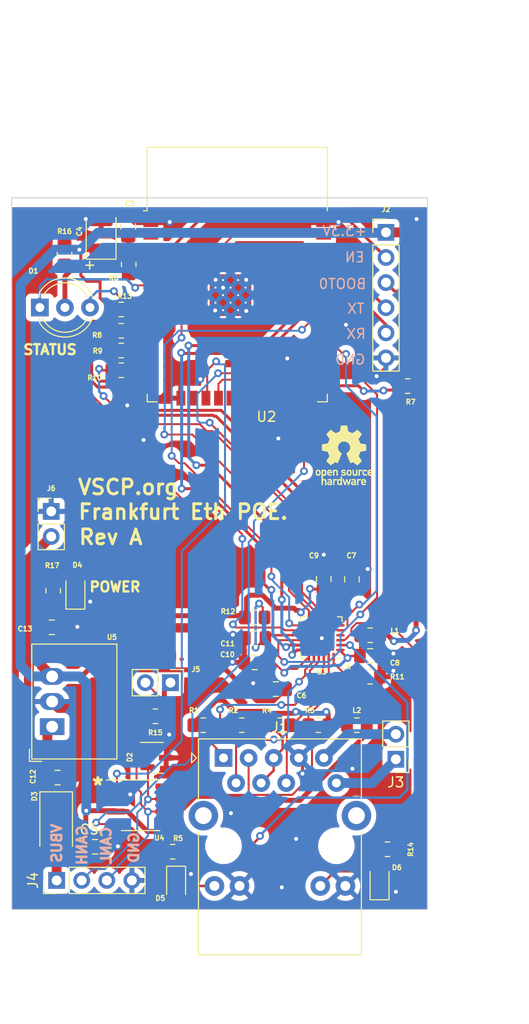
<source format=kicad_pcb>
(kicad_pcb (version 20221018) (generator pcbnew)
  (layers (0 "F.Cu" signal) (31 "B.Cu" signal) (34 "B.Paste" user) (35 "F.Paste" user) (36 "B.SilkS" user "B.Silkscreen") (37 "F.SilkS" user "F.Silkscreen") (38 "B.Mask" user) (39 "F.Mask" user) (44 "Edge.Cuts" user))
  (net 0 "")
  (net 1 "Net-(D3-K)")
  (net 2 "GND")
  (net 3 "+3V3")
  (net 4 "/PHY_RST")
  (net 5 "VBUS")
  (net 6 "/TX+")
  (net 7 "/TX-")
  (net 8 "/RX+")
  (net 9 "/RX-")
  (net 10 "/PHY_L1")
  (net 11 "/PHY_L2")
  (net 12 "/EN")
  (net 13 "/BOOT0")
  (net 14 "/ETH_RXD0")
  (net 15 "Net-(U3-RXD0{slash}MODE0)")
  (net 16 "/ETH_RXD1")
  (net 17 "Net-(U3-RXD1{slash}MODE1)")
  (net 18 "/ETH_CRS_DV")
  (net 19 "Net-(U3-CRS_DV{slash}MODE2)")
  (net 20 "Net-(U3-RBIAS)")
  (net 21 "/PHY_INT")
  (net 24 "/LEDB")
  (net 36 "/PHY_RXER")
  (net 37 "/ETH_CLK")
  (net 39 "/ETH_MDIO")
  (net 40 "/ETH_TXD0")
  (net 42 "/ETH_TXEN")
  (net 43 "/RX")
  (net 44 "/TX")
  (net 45 "/ETH_TXD1")
  (net 46 "/ETH_MDC")
  (net 48 "/CANL")
  (net 49 "/CANH")
  (net 50 "Net-(J5-Pin_1)")
  (net 51 "/txcan")
  (net 52 "/rxcan")
  (net 55 "Net-(U3-VDDCR)")
  (net 56 "Net-(U3-VDD1A)")
  (net 57 "/LEDA")
  (net 58 "Net-(D1-A)")
  (net 59 "Net-(D4-A)")
  (net 60 "Net-(D5-A)")
  (net 61 "Net-(D6-A)")
  (net 62 "Net-(J1-CT-Pad4)")
  (net 63 "/VIN+")
  (net 64 "/VIN-")
  (footprint "Resistor_SMD:R_0805_2012Metric_Pad1.20x1.40mm_HandSolder" (layer "F.Cu") (at 132.05 115.9 180)
    (fp_text reference "R14")
    (fp_text value "270" hide)
  )
  (footprint "LED_SMD:LED_0805_2012Metric_Pad1.15x1.40mm_HandSolder" (layer "F.Cu") (at 100.45 89.75 90)
    (fp_text reference "D4")
    (fp_text value "LED" hide)
  )
  (footprint "Resistor_SMD:R_0805_2012Metric_Pad1.20x1.40mm_HandSolder" (layer "F.Cu") (at 130.3 94.25 180)
    (fp_text reference "L1")
    (fp_text value "BLM21SP181SN1D" hide)
  )
  (footprint "Resistor_SMD:R_0805_2012Metric_Pad1.20x1.40mm_HandSolder" (layer "F.Cu") (at 130.3 98.45)
    (fp_text reference "R11")
    (fp_text value "12.1k" hide)
  )
  (footprint "Resistor_SMD:R_0805_2012Metric_Pad1.20x1.40mm_HandSolder" (layer "F.Cu") (at 105.1 65.45 180)
    (fp_text reference "R9")
    (fp_text value "10R" hide)
  )
  (footprint "Package_DFN_QFN:QFN-24-1EP_4x4mm_P0.5mm_EP2.6x2.6mm" (layer "F.Cu") (at 125.35 94.5 180)
    (fp_text reference "U3")
    (fp_text value "LAN8720A" hide)
  )
  (footprint "Connector_PinHeader_2.54mm:PinHeader_1x02_P2.54mm_Vertical" (layer "F.Cu") (at 98 81.725)
    (fp_text reference "J6")
    (fp_text value "Conn_01x02_Pin" hide)
  )
  (footprint "Capacitor_Tantalum_SMD:CP_EIA-3528-21_Kemet-B" (layer "F.Cu") (at 103.05 53.75 90)
    (fp_text reference "C4")
    (fp_text value "100u" hide)
  )
  (footprint "Capacitor_SMD:C_0805_2012Metric_Pad1.18x1.45mm_HandSolder" (layer "F.Cu") (at 98.0625 93.45)
    (fp_text reference "C13")
    (fp_text value "1uF" hide)
  )
  (footprint "Package_SO:SOIC-8_3.9x4.9mm_P1.27mm" (layer "F.Cu") (at 107.05 111.45)
    (fp_text reference "U4")
    (fp_text value "SN65HVD232" hide)
  )
  (footprint "Connector_PinHeader_2.54mm:PinHeader_1x02_P2.54mm_Vertical" (layer "F.Cu") (at 132.9 106.8 180)
    (fp_text reference "J3")
    (fp_text value "Conn_01x02_Pin" hide)
  )
  (footprint "RF_Module:ESP32-WROOM-32" (layer "F.Cu") (at 116.84 60.76)
    (fp_text reference "U2")
    (fp_text value "ESP32-WROOM-32")
  )
  (footprint "Capacitor_SMD:C_0805_2012Metric_Pad1.18x1.45mm_HandSolder" (layer "F.Cu") (at 130.3 96.35)
    (fp_text reference "C8")
    (fp_text value "100n" hide)
  )
  (footprint "Capacitor_SMD:C_0805_2012Metric_Pad1.18x1.45mm_HandSolder" (layer "F.Cu") (at 125.6 88.55 -90)
    (fp_text reference "C7")
    (fp_text value "100n" hide)
  )
  (footprint "Resistor_SMD:R_0805_2012Metric" (layer "F.Cu") (at 108.55 102.45 180)
    (fp_text reference "R15")
    (fp_text value "120R" hide)
  )
  (footprint "Resistor_SMD:R_0805_2012Metric_Pad1.20x1.40mm_HandSolder" (layer "F.Cu") (at 105.85 56.75 90)
    (fp_text reference "R6")
    (fp_text value "10k" hide)
  )
  (footprint "Package_TO_SOT_SMD:SOT-23" (layer "F.Cu") (at 108.7 106.65)
    (fp_text reference "D2")
    (fp_text value "NUP2105L" hide)
  )
  (footprint "Connector_PinHeader_2.54mm:PinHeader_1x04_P2.54mm_Vertical" (layer "F.Cu") (at 98.55 119.05 90)
    (fp_text reference "J4")
    (fp_text value "Conn_Left_I2C" hide)
  )
  (footprint "Resistor_SMD:R_0805_2012Metric_Pad1.20x1.40mm_HandSolder" (layer "F.Cu") (at 125.05 103.35)
    (fp_text reference "R3")
    (fp_text value "49R9" hide)
  )
  (footprint "LED_SMD:LED_0805_2012Metric_Pad1.15x1.40mm_HandSolder" (layer "F.Cu") (at 131.25 119.15 90)
    (fp_text reference "D6")
    (fp_text value "YELLO" hide)
  )
  (footprint "Resistor_SMD:R_0805_2012Metric_Pad1.20x1.40mm_HandSolder" (layer "F.Cu") (at 110.3 116.15 180)
    (fp_text reference "R5")
    (fp_text value "270" hide)
  )
  (footprint "Connector_PinHeader_2.54mm:PinHeader_1x06_P2.54mm_Vertical" (layer "F.Cu") (at 131.9 53.5)
    (fp_text reference "J2")
    (fp_text value "PROG")
  )
  (footprint "LED_THT:LED_D5.0mm-3" (layer "F.Cu") (at 96.85 61.1)
    (fp_text reference "D1")
    (fp_text value "LED_Dual_KAK" hide)
  )
  (footprint "Converter_DCDC:Converter_DCDC_RECOM_R-78B-2.0_THT" (layer "F.Cu") (at 98.0925 103.4975 90)
    (fp_text reference "U5")
    (fp_text value "R-78B3.3-1.0 (Recom)" hide)
  )
  (footprint "Resistor_SMD:R_0805_2012Metric_Pad1.20x1.40mm_HandSolder" (layer "F.Cu") (at 105.1 63.45 180)
    (fp_text reference "R8")
    (fp_text value "10R" hide)
  )
  (footprint "Diode_SMD:D_SMA" (layer "F.Cu") (at 98.5 113.6 -90)
    (fp_text reference "D3")
    (fp_text value "SS14" hide)
  )
  (footprint "Symbol:OSHW-Logo_5.7x6mm_SilkScreen" (layer "F.Cu") (at 127.65 76.05)
    (fp_text reference "REF**" hide)
    (fp_text value "OSHW-Logo_5.7x6mm_SilkScreen" hide)
  )
  (footprint "Capacitor_SMD:C_0805_2012Metric_Pad1.18x1.45mm_HandSolder" (layer "F.Cu") (at 105.8 52.9 90)
    (fp_text reference "C3")
    (fp_text value "10u" hide)
  )
  (footprint "Resistor_SMD:R_0805_2012Metric_Pad1.20x1.40mm_HandSolder" (layer "F.Cu") (at 99.35 55.75 90)
    (fp_text reference "R16")
    (fp_text value "10k" hide)
  )
  (footprint "Capacitor_SMD:C_0805_2012Metric_Pad1.18x1.45mm_HandSolder" (layer "F.Cu") (at 120.75 99.7)
    (fp_text reference "C6")
    (fp_text value "100n" hide)
  )
  (footprint "Resistor_SMD:R_0805_2012Metric_Pad1.20x1.40mm_HandSolder" (layer "F.Cu") (at 134.1 69.05)
    (fp_text reference "R7")
    (fp_text value "10k" hide)
  )
  (footprint "Resistor_SMD:R_0805_2012Metric_Pad1.20x1.40mm_HandSolder" (layer "F.Cu") (at 105.1 67.45 180)
    (fp_text reference "R10")
    (fp_text value "10R" hide)
  )
  (footprint "Connector_RJ:RJ45_Abracon_ARJP11A-MA_Horizontal" (layer "F.Cu") (at 115.45 106.66)
    (fp_text reference "J1")
    (fp_text value "Taimag RJP-003TC1" hide)
  )
  (footprint "Resistor_SMD:R_0805_2012Metric_Pad1.20x1.40mm_HandSolder" (layer "F.Cu") (at 128.95 103.35)
    (fp_text reference "L2")
    (fp_text value "BLM21SP181SN1D" hide)
  )
  (footprint "Resistor_SMD:R_0805_2012Metric_Pad1.20x1.40mm_HandSolder" (layer "F.Cu") (at 113.4 103.35 180)
    (fp_text reference "R1")
    (fp_text value "49R9" hide)
  )
  (footprint "Resistor_SMD:R_0805_2012Metric_Pad1.20x1.40mm_HandSolder" (layer "F.Cu") (at 117.3 103.35 180)
    (fp_text reference "R2")
    (fp_text value "49R9" hide)
  )
  (footprint "Resistor_SMD:R_0805_2012Metric_Pad1.20x1.40mm_HandSolder" (layer "F.Cu") (at 98.2 89.75 -90)
    (fp_text reference "R17")
    (fp_text value "470R" hide)
  )
  (footprint "Capacitor_SMD:C_0805_2012Metric_Pad1.18x1.45mm_HandSolder" (layer "F.Cu") (at 98.65 108.65)
    (fp_text reference "C12")
    (fp_text value "10uF" hide)
  )
  (footprint "Capacitor_SMD:C_0805_2012Metric_Pad1.18x1.45mm_HandSolder" (layer "F.Cu") (at 118.6 97 180)
    (fp_text reference "C10")
    (fp_text value "100n" hide)
  )
  (footprint "Resistor_SMD:R_0805_2012Metric_Pad1.20x1.40mm_HandSolder" (layer "F.Cu") (at 121.2 103.35 180)
    (fp_text reference "R4")
    (fp_text value "49R9" hide)
  )
  (footprint "Capacitor_SMD:C_0805_2012Metric" (layer "F.Cu") (at 102.45 115.65)
    (fp_text reference "C5")
    (fp_text value "100nF" hide)
  )
  (footprint "Resistor_SMD:R_0805_2012Metric_Pad1.20x1.40mm_HandSolder" (layer "F.Cu") (at 105.1 61.3 180)
    (fp_text reference "R13")
    (fp_text value "10k" hide)
  )
  (footprint "Capacitor_SMD:C_0805_2012Metric_Pad1.18x1.45mm_HandSolder" (layer "F.Cu") (at 128.45 88.6 90)
    (fp_text reference "C9")
    (fp_text value "100n" hide)
  )
  (footprint "LED_SMD:LED_0805_2012Metric_Pad1.15x1.40mm_HandSolder" (layer "F.Cu") (at 110.65 119.475 -90)
    (fp_text reference "D5")
    (fp_text value "GREEN" hide)
  )
  (footprint "Resistor_SMD:R_0805_2012Metric_Pad1.20x1.40mm_HandSolder" (layer "F.Cu") (at 118.6 92.45)
    (fp_text reference "R12")
    (fp_text value "10k" hide)
  )
  (footprint "Capacitor_SMD:C_0805_2012Metric_Pad1.18x1.45mm_HandSolder" (layer "F.Cu") (at 118.65 94.55 180)
    (fp_text reference "C11")
    (fp_text value "100n" hide)
  )
  (footprint "Connector_PinHeader_2.54mm:PinHeader_1x02_P2.54mm_Vertical" (layer "F.Cu") (at 110.075 99.05 -90)
    (fp_text reference "J5")
    (fp_text value "Conn_01x02" hide)
  )
  (gr_rect (start 94 50) (end 136.1 122) (stroke (width 0.1)) (fill none) (layer "Edge.Cuts"))
  (gr_text "Term." (at 105.3 96.95) (layer "F.Cu") (effects (font (size 1.5 1.5) (thickness 0.3) bold) (justify left bottom)))
  (gr_text "GND" (at 106.95 114.05 90) (layer "B.SilkS") (effects (font (size 1 1) (thickness 0.25) bold) (justify left bottom mirror)))
  (gr_text "BOOT0" (at 130 59.3) (layer "B.SilkS") (effects (font (size 1 1)) (justify left bottom mirror)))
  (gr_text "EN" (at 129.8 56.6) (layer "B.SilkS") (effects (font (size 1 1)) (justify left bottom mirror)))
  (gr_text "+3.3V" (at 130.05 53.95) (layer "B.SilkS") (effects (font (size 1 1)) (justify left bottom mirror)))
  (gr_text "GND" (at 129.9 66.95) (layer "B.SilkS") (effects (font (size 1 1)) (justify left bottom mirror)))
  (gr_text "TX" (at 129.8 61.8) (layer "B.SilkS") (effects (font (size 1 1)) (justify left bottom mirror)))
  (gr_text "RX" (at 129.95 64.35) (layer "B.SilkS") (effects (font (size 1 1)) (justify left bottom mirror)))
  (gr_text "CANH" (at 101.7 113.35 90) (layer "B.SilkS") (effects (font (size 1 1) (thickness 0.25) bold) (justify left bottom mirror)))
  (gr_text "CANL" (at 104.15 113.5 90) (layer "B.SilkS") (effects (font (size 1 1) (thickness 0.25) bold) (justify left bottom mirror)))
  (gr_text "VBUS" (at 99.15 113.2 90) (layer "B.SilkS") (effects (font (size 1 1) (thickness 0.25) bold) (justify left bottom mirror)))
  (gr_text "*" (at 101.95 110.35) (layer "F.SilkS") (effects (font (size 1.5 1.5) (thickness 0.3) bold) (justify left bottom)))
  (gr_text "Frankfurt Eth POE." (at 100.6 82.65) (layer "F.SilkS") (effects (font (size 1.5 1.5) (thickness 0.3) bold) (justify left bottom)))
  (gr_text "VSCP.org\n" (at 100.55 80.15) (layer "F.SilkS") (effects (font (size 1.5 1.5) (thickness 0.3) bold) (justify left bottom)))
  (gr_text "STATUS" (at 95.05 65.95) (layer "F.SilkS") (effects (font (size 1 1) (thickness 0.25) bold) (justify left bottom)))
  (gr_text "POWER" (at 101.75 89.95) (layer "F.SilkS") (effects (font (size 1 1) (thickness 0.25) bold) (justify left bottom)))
  (gr_text "*" (at 128.1 97.75) (layer "F.SilkS") (effects (font (size 1 1))))
  (gr_text "+" (at 101.9 56.75) (layer "F.SilkS") (effects (font (size 1 1))))
  (gr_text "Rev A" (at 100.65 85.2) (layer "F.SilkS") (effects (font (size 1.5 1.5) (thickness 0.3) bold) (justify left bottom)))
  (segment (start 98.5 111.6) (end 97.6125 110.7125) (width 1) (layer "F.Cu") (net 1))
  (segment (start 97.6125 110.7125) (end 97.6125 108.65) (width 1) (layer "F.Cu") (net 1))
  (segment (start 97.6125 103.9775) (end 98.0925 103.4975) (width 1) (layer "F.Cu") (net 1))
  (segment (start 97.6125 108.65) (end 97.6125 103.9775) (width 1) (layer "F.Cu") (net 1))
  (segment (start 103.3 52.2125) (end 101.5625 52.2125) (width 0.5) (layer "F.Cu") (net 2))
  (segment (start 101.5625 52.2125) (end 101.5 52.15) (width 0.5) (layer "F.Cu") (net 2))
  (segment (start 111.125 70.015) (end 111.125 68.515) (width 0.5) (layer "F.Cu") (net 2))
  (segment (start 116.4 97) (end 116.35 96.95) (width 0.25) (layer "F.Cu") (net 2))
  (segment (start 100.4 101.6) (end 98.735 101.6) (width 1) (layer "F.Cu") (net 2))
  (segment (start 109.95 104.3) (end 109.95 106.3375) (width 0.25) (layer "F.Cu") (net 2))
  (segment (start 118.45 99.1) (end 119.1125 99.1) (width 0.5) (layer "F.Cu") (net 2))
  (segment (start 131.9 66.2) (end 131.9 67.1) (width 0.25) (layer "F.Cu") (net 2))
  (segment (start 131.3375 96.35) (end 132.4 96.35) (width 0.25) (layer "F.Cu") (net 2))
  (segment (start 119.1125 99.1) (end 119.7125 99.7) (width 0.5) (layer "F.Cu") (net 2))
  (segment (start 131.25 120.175) (end 132.875 120.175) (width 0.25) (layer "F.Cu") (net 2))
  (segment (start 110.65 118.45) (end 112.1 118.45) (width 0.25) (layer "F.Cu") (net 2))
  (segment (start 106.4475 52.51) (end 105.8 51.8625) (width 0.5) (layer "F.Cu") (net 2))
  (segment (start 106 110.35) (end 105.04 110.35) (width 0.25) (layer "F.Cu") (net 2))
  (segment (start 112.1 118.45) (end 112.15 118.4) (width 0.25) (layer "F.Cu") (net 2))
  (segment (start 132.875 120.175) (end 132.9 120.2) (width 0.25) (layer "F.Cu") (net 2))
  (segment (start 116.45 94.25) (end 116.4 94.2) (width 0.25) (layer "F.Cu") (net 2))
  (segment (start 123.45 108.25) (end 123.45 107.04) (width 0.3) (layer "F.Cu") (net 2))
  (segment (start 130.05 87.55) (end 128.4625 87.55) (width 0.25) (layer "F.Cu") (net 2))
  (segment (start 109.95 106.3375) (end 109.6375 106.65) (width 0.25) (layer "F.Cu") (net 2))
  (segment (start 99.1 93.45) (end 100.6 93.45) (width 0.2) (layer "F.Cu") (net 2))
  (segment (start 104.7 115.65) (end 104.75 115.6) (width 0.5) (layer "F.Cu") (net 2))
  (segment (start 131.3 98.45) (end 132.05 98.45) (width 0.25) (layer "F.Cu") (net 2))
  (segment (start 103.4 115.65) (end 104.7 115.65) (width 0.5) (layer "F.Cu") (net 2))
  (segment (start 99.6875 108.65) (end 100.4 108.65) (width 1) (layer "F.Cu") (net 2))
  (segment (start 125.34 52.505) (end 127.045 52.505) (width 0.2) (layer "F.Cu") (net 2))
  (segment (start 111.125 68.515) (end 111.29 68.35) (width 0.5) (layer "F.Cu") (net 2))
  (segment (start 100.4 108.65) (end 100.4 101.6) (width 1) (layer "F.Cu") (net 2))
  (segment (start 105.04 110.35) (end 104.575 110.815) (width 0.25) (layer "F.Cu") (net 2))
  (segment (start 131.9 67.1) (end 130.95 68.05) (width 0.25) (layer "F.Cu") (net 2))
  (segment (start 117.825 97) (end 116.4 97) (width 0.25) (layer "F.Cu") (net 2))
  (segment (start 123.45 107.04) (end 123.07 106.66) (width 0.3) (layer "F.Cu") (net 2))
  (segment (start 101.875 90.775) (end 101.95 90.85) (width 0.25) (layer "F.Cu") (net 2))
  (segment (start 125.6 87.5125) (end 125.6 86.1) (width 0.25) (layer "F.Cu") (net 2))
  (segment (start 117.85 94.25) (end 116.45 94.25) (width 0.25) (layer "F.Cu") (net 2))
  (segment (start 108.34 52.505) (end 109.945 52.505) (width 0.5) (layer "F.Cu") (net 2))
  (segment (start 98.735 101.6) (end 98.0925 100.9575) (width 1) (layer "F.Cu") (net 2))
  (segment (start 109.945 52.505) (end 110 52.45) (width 0.5) (layer "F.Cu") (net 2))
  (segment (start 127.045 52.505) (end 127.1 52.45) (width 0.2) (layer "F.Cu") (net 2))
  (segment (start 100.45 90.775) (end 101.875 90.775) (width 0.25) (layer "F.Cu") (net 2))
  (segment (start 100.6 93.45) (end 100.65 93.4) (width 0.2) (layer "F.Cu") (net 2))
  (segment (start 108.09 52.51) (end 106.4475 52.51) (width 0.5) (layer "F.Cu") (net 2))
  (segment (start 132.4 96.35) (end 132.65 96.1) (width 0.25) (layer "F.Cu") (net 2))
  (segment (start 128.4625 87.55) (end 128.45 87.5625) (width 0.25) (layer "F.Cu") (net 2))
  (segment (start 132.05 98.45) (end 132.65 97.85) (width 0.25) (layer "F.Cu") (net 2))
  (segment (start 111.29 68.35) (end 113.1 68.35) (width 0.5) (layer "F.Cu") (net 2))
  (via (at 127.1 52.45) (size 0.8) (drill 0.4) (layers "F.Cu" "B.Cu") (net 2))
  (via (at 116.4 94.2) (size 0.8) (drill 0.4) (layers "F.Cu" "B.Cu") (net 2))
  (via (at 117.75 61.45) (size 0.8) (drill 0.4) (layers "F.Cu" "B.Cu") (net 2))
  (via (at 125.6 86.1) (size 0.8) (drill 0.4) (layers "F.Cu" "B.Cu") (net 2))
  (via (at 110 52.45) (size 0.8) (drill 0.4) (layers "F.Cu" "B.Cu") (net 2))
  (via (at 132.9 120.2) (size 0.8) (drill 0.4) (layers "F.Cu" "B.Cu") (net 2))
  (via (at 132.65 96.1) (size 0.8) (drill 0.4) (layers "F.Cu" "B.Cu") (net 2))
  (via (at 121 74.35) (size 0.8) (drill 0.4) (layers "F.Cu" "B.Cu") (net 2))
  (via (at 135 52.15) (size 0.8) (drill 0.4) (layers "F.Cu" "B.Cu") (net 2))
  (via (at 127.85 62.85) (size 0.8) (drill 0.4) (layers "F.Cu" "B.Cu") (net 2))
  (via (at 114.6 61.4) (size 0.8) (drill 0.4) (layers "F.Cu" "B.Cu") (net 2))
  (via (at 107.35 74.5) (size 0.8) (drill 0.4) (layers "F.Cu" "B.Cu") (net 2))
  (via (at 106 110.35) (size 0.8) (drill 0.4) (layers "F.Cu" "B.Cu") (net 2))
  (via (at 121.9 66.25) (size 0.8) (drill 0.4) (layers "F.Cu" "B.Cu") (net 2))
  (via (at 115.4 59.1) (size 0.8) (drill 0.4) (layers "F.Cu" "B.Cu") (net 2))
  (via (at 132.65 97.85) (size 0.8) (drill 0.4) (layers "F.Cu" "B.Cu") (net 2))
  (via (at 116.2 112.25) (size 0.8) (drill 0.4) (layers "F.Cu" "B.Cu") (net 2))
  (via (at 104.75 115.6) (size 0.8) (drill 0.4) (layers "F.Cu" "B.Cu") (net 2))
  (via (at 116.35 96.95) (size 0.8) (drill 0.4) (layers "F.Cu" "B.Cu") (net 2))
  (via (at 118.45 99.1) (size 0.8) (drill 0.4) (layers "F.Cu" "B.Cu") (net 2))
  (via (at 122.8 114.85) (size 0.8) (drill 0.4) (layers "F.Cu" "B.Cu") (net 2))
  (via (at 112.15 118.4) (size 0.8) (drill 0.4) (layers "F.Cu" "B.Cu") (net 2))
  (via (at 125.4 94.55) (size 0.8) (drill 0.4) (layers "F.Cu" "B.Cu") (net 2))
  (via (at 128.5 107.75) (size 0.8) (drill 0.4) (layers "F.Cu" "B.Cu") (net 2))
  (via (at 101.5 52.15) (size 0.8) (drill 0.4) (layers "F.Cu" "B.Cu") (net 2))
  (via (at 109.95 104.3) (size 0.8) (drill 0.4) (layers "F.Cu" "B.Cu") (net 2))
  (via (at 123.45 108.25) (size 0.8) (drill 0.4) (layers "F.Cu" "B.Cu") (net 2))
  (via (at 121.35 119.75) (size 0.8) (drill 0.4) (layers "F.Cu" "B.Cu") (net 2))
  (via (at 100.65 93.4) (size 0.8) (drill 0.4) (layers "F.Cu" "B.Cu") (net 2))
  (via (at 101.95 90.85) (size 0.8) (drill 0.4) (layers "F.Cu" "B.Cu") (net 2))
  (via (at 113.1 68.35) (size 0.8) (drill 0.4) (layers "F.Cu" "B.Cu") (net 2))
  (via (at 117.75 58.3) (size 0.8) (drill 0.4) (layers "F.Cu" "B.Cu") (net 2))
  (via (at 114.65 58.3) (size 0.8) (drill 0.4) (layers "F.Cu" "B.Cu") (net 2))
  (via (at 130.95 68.05) (size 0.8) (drill 0.4) (layers "F.Cu" "B.Cu") (net 2))
  (via (at 105.7 71) (size 0.8) (drill 0.4) (layers "F.Cu" "B.Cu") (net 2))
  (via (at 130.05 87.55) (size 0.8) (drill 0.4) (layers "F.Cu" "B.Cu") (net 2))
  (segment (start 100.65 93.4) (end 100.6 93.4) (width 0.2) (layer "B.Cu") (net 2))
  (segment (start 123.45 108.25) (end 123.75 107.95) (width 0.3) (layer "B.Cu") (net 2))
  (segment (start 128.3 107.95) (end 128.5 107.75) (width 0.3) (layer "B.Cu") (net 2))
  (segment (start 123.75 107.95) (end 128.3 107.95) (width 0.3) (layer "B.Cu") (net 2))
  (segment (start 117.935 110.95) (end 123.2 110.95) (width 0.5) (layer "F.Cu") (net 3))
  (segment (start 100.975 55.225) (end 101 55.25) (width 0.25) (layer "F.Cu") (net 3))
  (segment (start 101 57.85) (end 101.6 58.45) (width 0.3) (layer "F.Cu") (net 3))
  (segment (start 101.6 58.45) (end 102.95 58.45) (width 0.3) (layer "F.Cu") (net 3))
  (segment (start 131.3 94.25) (end 132.1 94.25) (width 0.5) (layer "F.Cu") (net 3))
  (segment (start 110.95 112.202283) (end 110.95 113.753528) (width 0.5) (layer "F.Cu") (net 3))
  (segment (start 134.925 69.05) (end 134.925 92.2) (width 1) (layer "F.Cu") (net 3))
  (segment (start 123.2 110.95) (end 126.14 108.01) (width 0.5) (layer "F.Cu") (net 3))
  (segment (start 132.1 94.25) (end 132.7 94.85) (width 0.5) (layer "F.Cu") (net 3))
  (segment (start 103.05 55.2875) (end 105.3875 55.2875) (width 0.5) (layer "F.Cu") (net 3))
  (segment (start 101.55 112) (end 104.49 112) (width 0.5) (layer "F.Cu") (net 3))
  (segment (start 101.0825 98.4175) (end 101.75 97.75) (width 0.5) (layer "F.Cu") (net 3))
  (segment (start 101.75 97.75) (end 115.697918 97.75) (width 0.5) (layer "F.Cu") (net 3))
  (segment (start 119.402082 90.2) (end 118.1 90.2) (width 0.5) (layer "F.Cu") (net 3))
  (segment (start 102.95 58.45) (end 102.95 60.15) (width 0.3) (layer "F.Cu") (net 3))
  (segment (start 125.6 92.5625) (end 125.6 89.5875) (width 0.3) (layer "F.Cu") (net 3))
  (segment (start 98.2 90.75) (end 98.2 92.275) (width 0.5) (layer "F.Cu") (net 3))
  (segment (start 107.755 114.105) (end 110.598528 114.105) (width 0.5) (layer "F.Cu") (net 3))
  (segment (start 134.925 69.05) (end 134.925 54.725) (width 1) (layer "F.Cu") (net 3))
  (segment (start 134.95 92.225) (end 134.925 92.2) (width 0.5) (layer "F.Cu") (net 3))
  (segment (start 122.577711 91.513328) (end 122.801572 91.73719) (width 0.5) (layer "F.Cu") (net 3))
  (segment (start 105.9575 53.78) (end 105.8 53.9375) (width 0.5) (layer "F.Cu") (net 3))
  (segment (start 133.7 53.5) (end 131.9 53.5) (width 1) (layer "F.Cu") (net 3))
  (segment (start 104.575 112.085) (end 105.735 112.085) (width 0.5) (layer "F.Cu") (net 3))
  (segment (start 105.8 53.9375) (end 105.8 55.7) (width 0.5) (layer "F.Cu") (net 3))
  (segment (start 115.697918 97.75) (end 118.822918 100.875) (width 0.5) (layer "F.Cu") (net 3))
  (segment (start 125.6 89.5875) (end 124.2375 89.5875) (width 0.3) (layer "F.Cu") (net 3))
  (segment (start 134.925 54.725) (end 133.7 53.5) (width 1) (layer "F.Cu") (net 3))
  (segment (start 117.935 110.95) (end 117.535 110.55) (width 0.5) (layer "F.Cu") (net 3))
  (segment (start 101 55.25) (end 99.6 55.25) (width 0.5) (layer "F.Cu") (net 3))
  (segment (start 112.602283 110.55) (end 110.95 112.202283) (width 0.5) (layer "F.Cu") (net 3))
  (segment (start 98.2 92.275) (end 97.025 93.45) (width 0.5) (layer "F.Cu") (net 3))
  (segment (start 108.09 53.78) (end 105.9575 53.78) (width 0.5) (layer "F.Cu") (net 3))
  (segment (start 101.5 115.65) (end 101.5 112.05) (width 0.5) (layer "F.Cu") (net 3))
  (segment (start 117.535 110.55) (end 112.602283 110.55) (width 0.5) (layer "F.Cu") (net 3))
  (segment (start 123.076176 91.73719) (end 123.27347 91.934484) (width 0.5) (layer "F.Cu") (net 3))
  (segment (start 122.577711 91.513328) (end 120.71541 91.513328) (width 0.5) (layer "F.Cu") (net 3))
  (segment (start 122.801572 91.73719) (end 123.076176 91.73719) (width 0.5) (layer "F.Cu") (net 3))
  (segment (start 120.71541 91.513328) (end 119.402082 90.2) (width 0.5) (layer "F.Cu") (net 3))
  (segment (start 129.95 104.229189) (end 129.95 103.35) (width 0.5) (layer "F.Cu") (net 3))
  (segment (start 101.5 112.05) (end 101.55 112) (width 0.2) (layer "F.Cu") (net 3))
  (segment (start 97.025 93.45) (end 97.025 97.35) (width 1) (layer "F.Cu") (net 3))
  (segment (start 105.8 55.7) (end 105.85 55.75) (width 0.5) (layer "F.Cu") (net 3))
  (segment (start 105.3875 55.2875) (end 105.85 55.75) (width 0.5) (layer "F.Cu") (net 3))
  (segment (start 110.95 113.753528) (end 110.598528 114.105) (width 0.5) (layer "F.Cu") (net 3))
  (segment (start 134.95 93.75) (end 134.95 92.225) (width 0.5) (layer "F.Cu") (net 3))
  (segment (start 117.6 92.275) (end 98.2 92.275) (width 0.5) (layer "F.Cu") (net 3))
  (segment (start 97.025 97.35) (end 98.0925 98.4175) (width 1) (layer "F.Cu") (net 3))
  (segment (start 102.95 60.15) (end 104.1 61.3) (width 0.3) (layer "F.Cu") (net 3))
  (segment (start 105.735 112.085) (end 107.755 114.105) (width 0.5) (layer "F.Cu") (net 3))
  (segment (start 126.14 108.01) (end 126.169189 108.01) (width 0.5) (layer "F.Cu") (net 3))
  (segment (start 126.169189 108.01) (end 129.95 104.229189) (width 0.5) (layer "F.Cu") (net 3))
  (segment (start 117.775 92.45) (end 117.6 92.275) (width 0.5) (layer "F.Cu") (net 3))
  (segment (start 118.1 90.2) (end 117.775 90.525) (width 0.5) (layer "F.Cu") (net 3))
  (segment (start 101 55.25) (end 103.2625 55.25) (width 0.5) (layer "F.Cu") (net 3))
  (segment (start 101 55.25) (end 101 57.85) (width 0.3) (layer "F.Cu") (net 3))
  (segment (start 118.822918 100.875) (end 120.522918 100.875) (width 0.5) (layer "F.Cu") (net 3))
  (segment (start 99.6 55.25) (end 99.4 55.05) (width 0.25) (layer "F.Cu") (net 3))
  (segment (start 98.0925 98.4175) (end 101.0825 98.4175) (width 0.5) (layer "F.Cu") (net 3))
  (segment (start 121.697918 99.7) (end 120.522918 100.875) (width 0.5) (layer "F.Cu") (net 3))
  (segment (start 117.775 90.525) (end 117.775 92.45) (width 0.5) (layer "F.Cu") (net 3))
  (via (at 124.2 89.55) (size 0.8) (drill 0.4) (layers "F.Cu" "B.Cu") (net 3))
  (via (at 123.27347 91.934484) (size 0.8) (drill 0.4) (layers "F.Cu" "B.Cu") (net 3))
  (via (at 101.55 112) (size 0.8) (drill 0.4) (layers "F.Cu" "B.Cu") (net 3))
  (via (at 100.85 55.25) (size 0.8) (drill 0.4) (layers "F.Cu" "B.Cu") (net 3))
  (via (at 132.7 94.85) (size 0.8) (drill 0.4) (layers "F.Cu" "B.Cu") (net 3))
  (via (at 134.95 93.75) (size 0.8) (drill 0.4) (layers "F.Cu" "B.Cu") (net 3))
  (segment (start 94.9 97.35) (end 95.9675 98.4175) (width 1) (layer "B.Cu") (net 3))
  (segment (start 134.126551 94.773449) (end 132.776551 94.773449) (width 0.5) (layer "B.Cu") (net 3))
  (segment (start 134.95 93.95) (end 134.95 93.75) (width 0.5) (layer "B.Cu") (net 3))
  (segment (start 132.776551 94.773449) (end 132.7 94.85) (width 0.5) (layer "B.Cu") (net 3))
  (segment (start 124.2 91.007954) (end 123.27347 91.934484) (width 0.25) (layer "B.Cu") (net 3))
  (segment (start 98.0925 98.4175) (end 100.8675 98.4175) (width 1) (layer "B.Cu") (net 3))
  (segment (start 101.55 99.1) (end 101.55 112) (width 1) (layer "B.Cu") (net 3))
  (segment (start 131.85 53.55) (end 102.7 53.55) (width 1) (layer "B.Cu") (net 3))
  (segment (start 124.2 91.007954) (end 124.2 89.55) (width 0.25) (layer "B.Cu") (net 3))
  (segment (start 98.4 55.25) (end 94.9 58.75) (width 1) (layer "B.Cu") (net 3))
  (segment (start 94.9 58.75) (end 94.9 97.35) (width 1) (layer "B.Cu") (net 3))
  (segment (start 134.126551 94.773449) (end 134.95 93.95) (width 0.5) (layer "B.Cu") (net 3))
  (segment (start 101 55.25) (end 98.4 55.25) (width 1) (layer "B.Cu") (net 3))
  (segment (start 100.8675 98.4175) (end 101.55 99.1) (width 1) (layer "B.Cu") (net 3))
  (segment (start 102.7 53.55) (end 101 55.25) (width 1) (layer "B.Cu") (net 3))
  (segment (start 131.9 53.5) (end 131.85 53.55) (width 1) (layer "B.Cu") (net 3))
  (segment (start 95.9675 98.4175) (end 98.0925 98.4175) (width 1) (layer "B.Cu") (net 3))
  (segment (start 119.9875 94.25) (end 119.6875 94.55) (width 0.25) (layer "F.Cu") (net 4))
  (segment (start 118.7375 95.5) (end 119.6875 94.55) (width 0.25) (layer "F.Cu") (net 4))
  (segment (start 119.425 92.45) (end 119.425 91.425) (width 0.2) (layer "F.Cu") (net 4))
  (segment (start 118.7 95.5) (end 118.7375 95.5) (width 0.25) (layer "F.Cu") (net 4))
  (segment (start 119.425 91.425) (end 119.05 91.05) (width 0.2) (layer "F.Cu") (net 4))
  (segment (start 123.4125 94.25) (end 119.9875 94.25) (width 0.25) (layer "F.Cu") (net 4))
  (via (at 118.7 95.5) (size 0.8) (drill 0.4) (layers "F.Cu" "B.Cu") (net 4))
  (via (at 119.05 91.05) (size 0.8) (drill 0.4) (layers "F.Cu" "B.Cu") (net 4))
  (segment (start 119.05 91.05) (end 118.7 91.4) (width 0.25) (layer "B.Cu") (net 4))
  (segment (start 118.7 91.4) (end 118.7 95.5) (width 0.25) (layer "B.Cu") (net 4))
  (segment (start 98.55 115.65) (end 98.55 119.05) (width 1) (layer "F.Cu") (net 5))
  (segment (start 95.7375 112.8375) (end 98.55 115.65) (width 1) (layer "F.Cu") (net 5))
  (segment (start 95.7375 86.5275) (end 95.7375 112.8375) (width 1) (layer "F.Cu") (net 5))
  (segment (start 98.5 115.6) (end 98.55 115.65) (width 0.25) (layer "F.Cu") (net 5))
  (segment (start 98 84.265) (end 95.7375 86.5275) (width 1) (layer "F.Cu") (net 5))
  (segment (start 114.4 103.35) (end 114.4 105.36005) (width 0.2) (layer "F.Cu") (net 6))
  (segment (start 124.2 99.75) (end 122.65 101.3) (width 0.2) (layer "F.Cu") (net 6))
  (segment (start 115.1 101.75) (end 115.1 102.65) (width 0.2) (layer "F.Cu") (net 6))
  (segment (start 122.65 101.3) (end 121 101.3) (width 0.2) (layer "F.Cu") (net 6))
  (segment (start 114.4 105.36005) (end 115.574975 106.535025) (width 0.2) (layer "F.Cu") (net 6))
  (segment (start 115.1 102.65) (end 114.4 103.35) (width 0.2) (layer "F.Cu") (net 6))
  (segment (start 125.1 96.9318) (end 125.1 96.4375) (width 0.2) (layer "F.Cu") (net 6))
  (segment (start 124.2 97.8318) (end 124.2 99.75) (width 0.2) (layer "F.Cu") (net 6))
  (segment (start 124.2 97.8318) (end 125.1 96.9318) (width 0.2) (layer "F.Cu") (net 6))
  (via (at 115.1 101.75) (size 0.8) (drill 0.4) (layers "F.Cu" "B.Cu") (net 6))
  (via (at 121.3 101.3) (size 0.8) (drill 0.4) (layers "F.Cu" "B.Cu") (net 6))
  (segment (start 115.3 101.3) (end 121 101.3) (width 0.2) (layer "B.Cu") (net 6))
  (segment (start 115.3 101.3) (end 115.05 101.55) (width 0.2) (layer "B.Cu") (net 6))
  (segment (start 116.72 104.93) (end 118.3 103.35) (width 0.2) (layer "F.Cu") (net 7))
  (segment (start 119.8 104.85) (end 120.5 104.85) (width 0.2) (layer "F.Cu") (net 7))
  (segment (start 116.72 109.2) (end 116.72 104.93) (width 0.2) (layer "F.Cu") (net 7))
  (segment (start 124.6 96.862011) (end 123.706005 97.756005) (width 0.2) (layer "F.Cu") (net 7))
  (segment (start 120.5 104.85) (end 120.55 104.8) (width 0.2) (layer "F.Cu") (net 7))
  (segment (start 118.3 103.35) (end 119.8 104.85) (width 0.2) (layer "F.Cu") (net 7))
  (segment (start 123.706005 98.343995) (end 123.1 98.95) (width 0.2) (layer "F.Cu") (net 7))
  (segment (start 123.706005 97.756005) (end 123.706005 98.343995) (width 0.2) (layer "F.Cu") (net 7))
  (segment (start 124.6 96.4375) (end 124.6 96.862011) (width 0.2) (layer "F.Cu") (net 7))
  (via (at 123.1 98.95) (size 0.8) (drill 0.4) (layers "F.Cu" "B.Cu") (net 7))
  (via (at 120.55 104.8) (size 0.8) (drill 0.4) (layers "F.Cu" "B.Cu") (net 7))
  (segment (start 121.15 104.85) (end 122 104) (width 0.2) (layer "B.Cu") (net 7))
  (segment (start 121.15 104.85) (end 121.1 104.8) (width 0.2) (layer "B.Cu") (net 7))
  (segment (start 122 104) (end 122 100.05) (width 0.2) (layer "B.Cu") (net 7))
  (segment (start 121.1 104.8) (end 120.55 104.8) (width 0.2) (layer "B.Cu") (net 7))
  (segment (start 122 100.05) (end 123.1 98.95) (width 0.2) (layer "B.Cu") (net 7))
  (segment (start 117.99 110.227183) (end 118.162817 110.4) (width 0.2) (layer "F.Cu") (net 8))
  (segment (start 122.4 110.4) (end 124.41 108.39) (width 0.2) (layer "F.Cu") (net 8))
  (segment (start 124.05 102.35) (end 124.05 103.35) (width 0.2) (layer "F.Cu") (net 8))
  (segment (start 124.41 108.39) (end 124.41 103.71) (width 0.2) (layer "F.Cu") (net 8))
  (segment (start 126.1 100.3) (end 124.05 102.35) (width 0.2) (layer "F.Cu") (net 8))
  (segment (start 117.99 106.66) (end 117.99 110.227183) (width 0.2) (layer "F.Cu") (net 8))
  (segment (start 126.1 96.4375) (end 126.1 100.3) (width 0.2) (layer "F.Cu") (net 8))
  (segment (start 118.162817 110.4) (end 122.4 110.4) (width 0.2) (layer "F.Cu") (net 8))
  (segment (start 124.325 103.4) (end 124.275 103.35) (width 0.5) (layer "F.Cu") (net 8))
  (segment (start 124.41 103.71) (end 124.05 103.35) (width 0.2) (layer "F.Cu") (net 8))
  (segment (start 121.855 109.145) (end 121.855 103.695) (width 0.2) (layer "F.Cu") (net 9))
  (segment (start 125.624999 97.35) (end 125.624999 97.493199) (width 0.2) (layer "F.Cu") (net 9))
  (segment (start 125.5125 100.23243) (end 125.5125 97.462499) (width 0.2) (layer "F.Cu") (net 9))
  (segment (start 122.2 103.35) (end 122.39493 103.35) (width 0.2) (layer "F.Cu") (net 9))
  (segment (start 121.8 109.2) (end 121.855 109.145) (width 0.2) (layer "F.Cu") (net 9))
  (segment (start 125.6 96.4375) (end 125.624999 96.462499) (width 0.2) (layer "F.Cu") (net 9))
  (segment (start 125.624999 96.462499) (end 125.624999 97.35) (width 0.2) (layer "F.Cu") (net 9))
  (segment (start 121.855 103.695) (end 122.2 103.35) (width 0.2) (layer "F.Cu") (net 9))
  (segment (start 125.5125 97.462499) (end 125.624999 97.35) (width 0.2) (layer "F.Cu") (net 9))
  (segment (start 122.39493 103.35) (end 125.5125 100.23243) (width 0.2) (layer "F.Cu") (net 9))
  (segment (start 127.2875 94.75) (end 127.711973 94.75) (width 0.2) (layer "F.Cu") (net 10))
  (segment (start 127.711973 94.75) (end 128.39952 94.062453) (width 0.2) (layer "F.Cu") (net 10))
  (segment (start 133.05 115.9) (end 134.185 115.9) (width 0.25) (layer "F.Cu") (net 10))
  (segment (start 132.141166 93.02548) (end 135.085 95.969314) (width 0.2) (layer "F.Cu") (net 10))
  (segment (start 128.92452 93.02548) (end 132.141166 93.02548) (width 0.2) (layer "F.Cu") (net 10))
  (segment (start 128.39952 94.062453) (end 128.39952 93.55048) (width 0.2) (layer "F.Cu") (net 10))
  (segment (start 135.085 95.969314) (end 135.085 115) (width 0.2) (layer "F.Cu") (net 10))
  (segment (start 134.185 115.9) (end 135.085 115) (width 0.25) (layer "F.Cu") (net 10))
  (segment (start 128.39952 93.55048) (end 128.92452 93.02548) (width 0.2) (layer "F.Cu") (net 10))
  (segment (start 111.3 116.15) (end 112.675 117.525) (width 0.25) (layer "F.Cu") (net 11))
  (segment (start 127.2875 95.25) (end 128.25 95.25) (width 0.25) (layer "F.Cu") (net 11))
  (segment (start 116.268072 117.525) (end 119.15 114.643072) (width 0.25) (layer "F.Cu") (net 11))
  (segment (start 112.675 117.525) (end 116.268072 117.525) (width 0.25) (layer "F.Cu") (net 11))
  (segment (start 119.15 114.643072) (end 119.15 114.55) (width 0.25) (layer "F.Cu") (net 11))
  (via (at 119.15 114.55) (size 0.8) (drill 0.4) (layers "F.Cu" "B.Cu") (net 11))
  (via (at 128.25 95.25) (size 0.8) (drill 0.4) (layers "F.Cu" "B.Cu") (net 11))
  (segment (start 122.975 110.675) (end 119.15 114.5) (width 0.25) (layer "B.Cu") (net 11))
  (segment (start 134.075 101.075) (end 134.075 109.875) (width 0.25) (layer "B.Cu") (net 11))
  (segment (start 134.075 109.875) (end 133.275 110.675) (width 0.25) (layer "B.Cu") (net 11))
  (segment (start 119.15 114.5) (end 119.15 114.55) (width 0.25) (layer "B.Cu") (net 11))
  (segment (start 129.825 96.825) (end 134.075 101.075) (width 0.25) (layer "B.Cu") (net 11))
  (segment (start 128.25 95.25) (end 129.825 96.825) (width 0.25) (layer "B.Cu") (net 11))
  (segment (start 123.118072 110.675) (end 122.975 110.675) (width 0.25) (layer "B.Cu") (net 11))
  (segment (start 133.275 110.675) (end 123.118072 110.675) (width 0.25) (layer "B.Cu") (net 11))
  (segment (start 107.63 55.045) (end 108.34 55.045) (width 0.3) (layer "F.Cu") (net 12))
  (segment (start 106.85 56.75) (end 105.85 57.75) (width 0.2) (layer "F.Cu") (net 12))
  (segment (start 113.5 51.75) (end 123.990489 51.75) (width 0.3) (layer "F.Cu") (net 12))
  (segment (start 108.34 55.045) (end 110.205 55.045) (width 0.3) (layer "F.Cu") (net 12))
  (segment (start 106.85 55.76) (end 106.85 56.75) (width 0.2) (layer "F.Cu") (net 12))
  (segment (start 123.990489 51.75) (end 124.090489 51.65) (width 0.3) (layer "F.Cu") (net 12))
  (segment (start 108.09 55.05) (end 107.56 55.05) (width 0.2) (layer "F.Cu") (net 12))
  (segment (start 107.56 55.05) (end 106.85 55.76) (width 0.2) (layer "F.Cu") (net 12))
  (segment (start 127.51 51.65) (end 131.9 56.04) (width 0.3) (layer "F.Cu") (net 12))
  (segment (start 124.090489 51.65) (end 127.51 51.65) (width 0.3) (layer "F.Cu") (net 12))
  (segment (start 110.205 55.045) (end 113.5 51.75) (width 0.3) (layer "F.Cu") (net 12))
  (segment (start 133.9 66) (end 133.9 60.05) (width 0.3) (layer "F.Cu") (net 13))
  (segment (start 132.77 59.45) (end 131.9 58.58) (width 0.3) (layer "F.Cu") (net 13))
  (segment (start 133.9 68.425) (end 133.275 69.05) (width 0.3) (layer "F.Cu") (net 13))
  (segment (start 129.115 69.015) (end 129.65 69.55) (width 0.3) (layer "F.Cu") (net 13))
  (segment (start 133.9 68.45) (end 133.9 65.0575) (width 0.3) (layer "F.Cu") (net 13))
  (segment (start 132.875 69.45) (end 133.275 69.05) (width 0.3) (layer "F.Cu") (net 13))
  (segment (start 133.9 65.4) (end 133.9 68.425) (width 0.3) (layer "F.Cu") (net 13))
  (segment (start 133.3 59.45) (end 132.77 59.45) (width 0.3) (layer "F.Cu") (net 13))
  (segment (start 125.34 69.015) (end 129.065 69.015) (width 0.3) (layer "F.Cu") (net 13))
  (segment (start 133.9 60.05) (end 133.3 59.45) (width 0.3) (layer "F.Cu") (net 13))
  (segment (start 129.065 69.015) (end 129.115 69.015) (width 0.3) (layer "F.Cu") (net 13))
  (segment (start 132 69.45) (end 132.875 69.45) (width 0.3) (layer "F.Cu") (net 13))
  (via (at 129.65 69.55) (size 0.8) (drill 0.4) (layers "F.Cu" "B.Cu") (net 13))
  (via (at 131.65 69.5) (size 0.8) (drill 0.4) (layers "F.Cu" "B.Cu") (net 13))
  (segment (start 129.65 69.55) (end 131.9 69.55) (width 0.3) (layer "B.Cu") (net 13))
  (segment (start 106.55 63.935) (end 106.225 63.61) (width 0.3) (layer "F.Cu") (net 14))
  (segment (start 108.09 63.94) (end 106.59 63.94) (width 0.25) (layer "F.Cu") (net 14))
  (segment (start 106.59 63.94) (end 106.1 63.45) (width 0.25) (layer "F.Cu") (net 14))
  (segment (start 123.825 81.225) (end 114.7 72.1) (width 0.3) (layer "F.Cu") (net 15))
  (segment (start 108.136348 71.763652) (end 105.6 69.227304) (width 0.3) (layer "F.Cu") (net 15))
  (segment (start 103.94 63.61) (end 104.1 63.45) (width 0.3) (layer "F.Cu") (net 15))
  (segment (start 126.1 91.712493) (end 126.675 91.137493) (width 0.3) (layer "F.Cu") (net 15))
  (segment (start 101.6 68.05) (end 101.6 64.7) (width 0.3) (layer "F.Cu") (net 15))
  (segment (start 123.85 87.5) (end 123.85 81.25) (width 0.3) (layer "F.Cu") (net 15))
  (segment (start 101.6 64.7) (end 102.69 63.61) (width 0.3) (layer "F.Cu") (net 15))
  (segment (start 108.372696 72) (end 108.136348 71.763652) (width 0.3) (layer "F.Cu") (net 15))
  (segment (start 126.1 92.5625) (end 126.1 91.712493) (width 0.3) (layer "F.Cu") (net 15))
  (segment (start 126.675 89.001472) (end 126.123528 88.45) (width 0.3) (layer "F.Cu") (net 15))
  (segment (start 114.7 72.1) (end 114.5 72.1) (width 0.3) (layer "F.Cu") (net 15))
  (segment (start 105.6 69.15) (end 102.7 69.15) (width 0.3) (layer "F.Cu") (net 15))
  (segment (start 126.123528 88.45) (end 124.8 88.45) (width 0.3) (layer "F.Cu") (net 15))
  (segment (start 108.136348 71.763652) (end 108.472696 72.1) (width 0.3) (layer "F.Cu") (net 15))
  (segment (start 123.85 81.25) (end 123.825 81.225) (width 0.3) (layer "F.Cu") (net 15))
  (segment (start 114.4 72) (end 108.372696 72) (width 0.3) (layer "F.Cu") (net 15))
  (segment (start 124.8 88.45) (end 123.85 87.5) (width 0.3) (layer "F.Cu") (net 15))
  (segment (start 114.5 72.1) (end 114.4 72) (width 0.3) (layer "F.Cu") (net 15))
  (segment (start 126.675 91.137493) (end 126.675 89.001472) (width 0.3) (layer "F.Cu") (net 15))
  (segment (start 102.7 69.15) (end 101.6 68.05) (width 0.3) (layer "F.Cu") (net 15))
  (segment (start 102.69 63.61) (end 103.94 63.61) (width 0.3) (layer "F.Cu") (net 15))
  (segment (start 105.6 69.227304) (end 105.6 69.15) (width 0.3) (layer "F.Cu") (net 15))
  (segment (start 108.09 65.21) (end 106.34 65.21) (width 0.25) (layer "F.Cu") (net 16))
  (segment (start 106.23 65.205) (end 106.225 65.21) (width 0.3) (layer "F.Cu") (net 16))
  (segment (start 106.34 65.21) (end 106.1 65.45) (width 0.25) (layer "F.Cu") (net 16))
  (segment (start 115.2 71.5) (end 108.675978 71.5) (width 0.3) (layer "F.Cu") (net 17))
  (segment (start 126.75 91.95) (end 127.25 91.45) (width 0.3) (layer "F.Cu") (net 17))
  (segment (start 108.675978 71.5) (end 105.725978 68.55) (width 0.3) (layer "F.Cu") (net 17))
  (segment (start 102.7 65.45) (end 104.1 65.45) (width 0.3) (layer "F.Cu") (net 17))
  (segment (start 127.25 83.55) (end 115.2 71.5) (width 0.3) (layer "F.Cu") (net 17))
  (segment (start 102.1 67.843584) (end 102.1 66.05) (width 0.3) (layer "F.Cu") (net 17))
  (segment (start 102.1 66.05) (end 102.7 65.45) (width 0.3) (layer "F.Cu") (net 17))
  (segment (start 126.6 91.95) (end 126.75 91.95) (width 0.3) (layer "F.Cu") (net 17))
  (segment (start 102.806416 68.55) (end 102.1 67.843584) (width 0.3) (layer "F.Cu") (net 17))
  (segment (start 127.25 91.45) (end 127.25 83.55) (width 0.3) (layer "F.Cu") (net 17))
  (segment (start 126.6 91.95) (end 126.6 92.5625) (width 0.3) (layer "F.Cu") (net 17))
  (segment (start 105.725978 68.55) (end 102.806416 68.55) (width 0.3) (layer "F.Cu") (net 17))
  (segment (start 107.07 66.48) (end 106.1 67.45) (width 0.25) (layer "F.Cu") (net 18))
  (segment (start 108.09 66.48) (end 107.07 66.48) (width 0.25) (layer "F.Cu") (net 18))
  (segment (start 104.1 67.45) (end 103 67.45) (width 0.25) (layer "F.Cu") (net 19))
  (segment (start 122.9 82.165686) (end 114.342157 73.607843) (width 0.2) (layer "F.Cu") (net 19))
  (segment (start 113.050489 72.900489) (end 106.150489 72.900489) (width 0.2) (layer "F.Cu") (net 19))
  (segment (start 113.757843 73.607843) (end 113.050489 72.900489) (width 0.2) (layer "F.Cu") (net 19))
  (segment (start 106.150489 72.900489) (end 103.3 70.05) (width 0.2) (layer "F.Cu") (net 19))
  (segment (start 114.342157 73.607843) (end 113.757843 73.607843) (width 0.2) (layer "F.Cu") (net 19))
  (segment (start 122.9 90.006776) (end 122.9 82.165686) (width 0.2) (layer "F.Cu") (net 19))
  (segment (start 103 67.45) (end 102.85 67.3) (width 0.25) (layer "F.Cu") (net 19))
  (segment (start 124.6 92.5625) (end 124.6 91.706776) (width 0.2) (layer "F.Cu") (net 19))
  (segment (start 124.6 91.706776) (end 122.9 90.006776) (width 0.2) (layer "F.Cu") (net 19))
  (via (at 102.85 67.3) (size 0.8) (drill 0.4) (layers "F.Cu" "B.Cu") (net 19))
  (via (at 103.3 70.05) (size 0.8) (drill 0.4) (layers "F.Cu" "B.Cu") (net 19))
  (segment (start 102.85 69.6) (end 102.85 67.3) (width 0.25) (layer "B.Cu") (net 19))
  (segment (start 103.3 70.05) (end 102.85 69.6) (width 0.25) (layer "B.Cu") (net 19))
  (segment (start 126.6 97.05) (end 128 98.45) (width 0.2) (layer "F.Cu") (net 20))
  (segment (start 126.6 96.4375) (end 126.6 97.05) (width 0.2) (layer "F.Cu") (net 20))
  (segment (start 128 98.45) (end 129.3 98.45) (width 0.2) (layer "F.Cu") (net 20))
  (segment (start 105.3 62.45) (end 106.1 61.65) (width 0.2) (layer "F.Cu") (net 21))
  (segment (start 121.370475 93.470475) (end 116.720475 93.470475) (width 0.2) (layer "F.Cu") (net 21))
  (segment (start 100.9 68.75) (end 100.9 63.75) (width 0.2) (layer "F.Cu") (net 21))
  (segment (start 104.5 73.708184) (end 104.5 72.35) (width 0.2) (layer "F.Cu") (net 21))
  (segment (start 100.9 63.75) (end 102.2 62.45) (width 0.2) (layer "F.Cu") (net 21))
  (segment (start 102.2 62.45) (end 105.3 62.45) (width 0.2) (layer "F.Cu") (net 21))
  (segment (start 123.4125 93.75) (end 121.65 93.75) (width 0.2) (layer "F.Cu") (net 21))
  (segment (start 117.35 84.5) (end 117.35 84.05) (width 0.2) (layer "F.Cu") (net 21))
  (segment (start 116.720475 93.470475) (end 116.4 93.15) (width 0.2) (layer "F.Cu") (net 21))
  (segment (start 121.65 93.75) (end 121.370475 93.470475) (width 0.2) (layer "F.Cu") (net 21))
  (segment (start 106.225 61.35) (end 106.27 61.395) (width 0.2) (layer "F.Cu") (net 21))
  (segment (start 117.35 84.05) (end 113.85 80.55) (width 0.2) (layer "F.Cu") (net 21))
  (segment (start 106.27 61.395) (end 108.34 61.395) (width 0.2) (layer "F.Cu") (net 21))
  (segment (start 106.1 61.65) (end 106.1 61.3) (width 0.2) (layer "F.Cu") (net 21))
  (segment (start 104.5 72.35) (end 100.9 68.75) (width 0.2) (layer "F.Cu") (net 21))
  (segment (start 111.341816 80.55) (end 104.5 73.708184) (width 0.2) (layer "F.Cu") (net 21))
  (segment (start 113.85 80.55) (end 111.341816 80.55) (width 0.2) (layer "F.Cu") (net 21))
  (via (at 117.35 84.5) (size 0.8) (drill 0.4) (layers "F.Cu" "B.Cu") (net 21))
  (via (at 116.4 93.15) (size 0.8) (drill 0.4) (layers "F.Cu" "B.Cu") (net 21))
  (segment (start 117.35 92.2) (end 116.4 93.15) (width 0.2) (layer "B.Cu") (net 21))
  (segment (start 117.35 84.5) (end 117.35 92.2) (width 0.2) (layer "B.Cu") (net 21))
  (segment (start 108.09 60.13) (end 105.03 60.13) (width 0.25) (layer "F.Cu") (net 24))
  (segment (start 105.03 60.13) (end 104.35 59.45) (width 0.25) (layer "F.Cu") (net 24))
  (via (at 104.35 59.45) (size 0.8) (drill 0.4) (layers "F.Cu" "B.Cu") (net 24))
  (segment (start 104.35 59.45) (end 102.65 59.45) (width 0.25) (layer "B.Cu") (net 24))
  (segment (start 102.65 59.45) (end 101.93 60.17) (width 0.25) (layer "B.Cu") (net 24))
  (segment (start 101.93 60.17) (end 101.93 61.1) (width 0.25) (layer "B.Cu") (net 24))
  (segment (start 124.491461 90.988564) (end 124.491458 90.988564) (width 0.2) (layer "F.Cu") (net 36))
  (segment (start 124.560978 66.475) (end 125.34 66.475) (width 0.2) (layer "F.Cu") (net 36))
  (segment (start 125.1 91.641783) (end 124.725484 91.267267) (width 0.2) (layer "F.Cu") (net 36))
  (segment (start 123.285978 67.75) (end 124.560978 66.475) (width 0.2) (layer "F.Cu") (net 36))
  (segment (start 123.4 88.65) (end 123.4 82.1) (width 0.2) (layer "F.Cu") (net 36))
  (segment (start 125.1 92.5625) (end 125.1 91.641783) (width 0.2) (layer "F.Cu") (net 36))
  (segment (start 123.4 89.897106) (end 123.4 88.65) (width 0.2) (layer "F.Cu") (net 36))
  (segment (start 124.725484 91.267267) (end 124.725484 91.222587) (width 0.2) (layer "F.Cu") (net 36))
  (segment (start 114.9 67.75) (end 123.285978 67.75) (width 0.2) (layer "F.Cu") (net 36))
  (segment (start 124.491458 90.988564) (end 123.4 89.897106) (width 0.2) (layer "F.Cu") (net 36))
  (segment (start 124.725484 91.222587) (end 124.491461 90.988564) (width 0.2) (layer "F.Cu") (net 36))
  (segment (start 123.4 82.1) (end 114.05 72.75) (width 0.2) (layer "F.Cu") (net 36))
  (via (at 114.05 72.75) (size 0.8) (drill 0.4) (layers "F.Cu" "B.Cu") (net 36))
  (via (at 114.9 67.75) (size 0.8) (drill 0.4) (layers "F.Cu" "B.Cu") (net 36))
  (segment (start 112.8 69.85) (end 114.9 67.75) (width 0.2) (layer "B.Cu") (net 36))
  (segment (start 114.05 72.75) (end 113.05 72.75) (width 0.2) (layer "B.Cu") (net 36))
  (segment (start 112.8 72.5) (end 112.8 69.85) (width 0.2) (layer "B.Cu") (net 36))
  (segment (start 113.05 72.75) (end 112.8 72.5) (width 0.2) (layer "B.Cu") (net 36))
  (segment (start 127.2875 93.75) (end 127.711973 93.75) (width 0.2) (layer "F.Cu") (net 37))
  (segment (start 127.55 65.8) (end 126.955 65.205) (width 0.2) (layer "F.Cu") (net 37))
  (segment (start 127.711973 93.75) (end 127.99952 93.462453) (width 0.2) (layer "F.Cu") (net 37))
  (segment (start 127.99952 93.462453) (end 127.99952 92.35048) (width 0.2) (layer "F.Cu") (net 37))
  (segment (start 127.85 65.8) (end 127.55 65.8) (width 0.2) (layer "F.Cu") (net 37))
  (segment (start 126.955 65.205) (end 125.34 65.205) (width 0.2) (layer "F.Cu") (net 37))
  (segment (start 127.99952 92.35048) (end 129.2 91.15) (width 0.2) (layer "F.Cu") (net 37))
  (via (at 129.2 91.15) (size 0.8) (drill 0.4) (layers "F.Cu" "B.Cu") (net 37))
  (via (at 127.85 65.8) (size 0.8) (drill 0.4) (layers "F.Cu" "B.Cu") (net 37))
  (segment (start 127.85 69) (end 127.85 65.8) (width 0.2) (layer "B.Cu") (net 37))
  (segment (start 130.95 89.75) (end 130.95 72.35) (width 0.2) (layer "B.Cu") (net 37))
  (segment (start 130.95 72.1) (end 127.85 69) (width 0.2) (layer "B.Cu") (net 37))
  (segment (start 130.95 72.35) (end 130.95 72.1) (width 0.2) (layer "B.Cu") (net 37))
  (segment (start 129.2 91.15) (end 129.55 91.15) (width 0.2) (layer "B.Cu") (net 37))
  (segment (start 129.55 91.15) (end 130.95 89.75) (width 0.2) (layer "B.Cu") (net 37))
  (segment (start 124.1 91.77177) (end 122.07823 89.75) (width 0.2) (layer "F.Cu") (net 39))
  (segment (start 122.07823 89.75) (end 122.07823 83.72823) (width 0.2) (layer "F.Cu") (net 39))
  (segment (start 124.085 62.665) (end 125.34 62.665) (width 0.2) (layer "F.Cu") (net 39))
  (segment (start 112.3 73.95) (end 109.45 73.95) (width 0.2) (layer "F.Cu") (net 39))
  (segment (start 122.07823 83.72823) (end 112.3 73.95) (width 0.2) (layer "F.Cu") (net 39))
  (segment (start 123.4 63.35) (end 124.085 62.665) (width 0.2) (layer "F.Cu") (net 39))
  (segment (start 124.1 92.5625) (end 124.1 91.77177) (width 0.2) (layer "F.Cu") (net 39))
  (via (at 109.45 73.95) (size 0.8) (drill 0.4) (layers "F.Cu" "B.Cu") (net 39))
  (via (at 123.4 63.35) (size 0.8) (drill 0.4) (layers "F.Cu" "B.Cu") (net 39))
  (segment (start 110.910256 63.450499) (end 123.299501 63.450499) (width 0.2) (layer "B.Cu") (net 39))
  (segment (start 109.45 73.25) (end 109.5 73.2) (width 0.2) (layer "B.Cu") (net 39))
  (segment (start 123.299501 63.450499) (end 123.4 63.35) (width 0.2) (layer "B.Cu") (net 39))
  (segment (start 109.5 73.2) (end 109.5 64.860755) (width 0.2) (layer "B.Cu") (net 39))
  (segment (start 109.5 64.860755) (end 110.910256 63.450499) (width 0.2) (layer "B.Cu") (net 39))
  (segment (start 109.45 73.95) (end 109.45 73.25) (width 0.2) (layer "B.Cu") (net 39))
  (segment (start 109.5 73.75) (end 109.5 73.2) (width 0.2) (layer "B.Cu") (net 39))
  (segment (start 121.981956 95.25) (end 121.782456 95.4495) (width 0.3) (layer "F.Cu") (net 40))
  (segment (start 111.238594 65.75) (end 111.162647 65.674053) (width 0.3) (layer "F.Cu") (net 40))
  (segment (start 124.04 61.395) (end 119.685 65.75) (width 0.3) (layer "F.Cu") (net 40))
  (segment (start 113.373654 79.35) (end 113.298559 79.425095) (width 0.3) (layer "F.Cu") (net 40))
  (segment (start 119.55 89.060661) (end 120.139339 89.65) (width 0.3) (layer "F.Cu") (net 40))
  (segment (start 123.4125 95.25) (end 121.981956 95.25) (width 0.3) (layer "F.Cu") (net 40))
  (segment (start 113.298559 79.425095) (end 111.206861 79.425095) (width 0.3) (layer "F.Cu") (net 40))
  (segment (start 120.139339 89.65) (end 120.3 89.65) (width 0.3) (layer "F.Cu") (net 40))
  (segment (start 125.34 61.395) (end 124.04 61.395) (width 0.3) (layer "F.Cu") (net 40))
  (segment (start 119.55 85.526346) (end 119.55 89.060661) (width 0.3) (layer "F.Cu") (net 40))
  (segment (start 119.55 85.526346) (end 113.373654 79.35) (width 0.3) (layer "F.Cu") (net 40))
  (segment (start 119.685 65.75) (end 111.238594 65.75) (width 0.3) (layer "F.Cu") (net 40))
  (via (at 111.206861 79.425095) (size 0.8) (drill 0.4) (layers "F.Cu" "B.Cu") (net 40))
  (via (at 121.782456 95.4495) (size 0.8) (drill 0.4) (layers "F.Cu" "B.Cu") (net 40))
  (via (at 111.162647 65.674053) (size 0.8) (drill 0.4) (layers "F.Cu" "B.Cu") (net 40))
  (via (at 120.3 89.65) (size 0.8) (drill 0.4) (layers "F.Cu" "B.Cu") (net 40))
  (segment (start 120.45 94.3) (end 120.45 90.8) (width 0.3) (layer "B.Cu") (net 40))
  (segment (start 111.206861 65.718267) (end 111.206861 79.425095) (width 0.3) (layer "B.Cu") (net 40))
  (segment (start 120.3 89.65) (end 120.3 90.65) (width 0.3) (layer "B.Cu") (net 40))
  (segment (start 121.5995 95.4495) (end 120.45 94.3) (width 0.3) (layer "B.Cu") (net 40))
  (segment (start 120.3 90.65) (end 120.45 90.8) (width 0.3) (layer "B.Cu") (net 40))
  (segment (start 111.162647 65.674053) (end 111.206861 65.718267) (width 0.3) (layer "B.Cu") (net 40))
  (segment (start 121.6 96.95) (end 121 96.35) (width 0.2) (layer "F.Cu") (net 42))
  (segment (start 121 96.35) (end 121 94.75) (width 0.2) (layer "F.Cu") (net 42))
  (segment (start 126.421346 58.855) (end 129.8 62.233654) (width 0.2) (layer "F.Cu") (net 42))
  (segment (start 129.8 68.71005) (end 131 69.91005) (width 0.2) (layer "F.Cu") (net 42))
  (segment (start 121 94.75) (end 123.4125 94.75) (width 0.2) (layer "F.Cu") (net 42))
  (segment (start 125.34 58.855) (end 126.421346 58.855) (width 0.2) (layer "F.Cu") (net 42))
  (segment (start 131 90.45) (end 129.3 92.15) (width 0.2) (layer "F.Cu") (net 42))
  (segment (start 131 69.91005) (end 131 90.45) (width 0.2) (layer "F.Cu") (net 42))
  (segment (start 129.8 62.233654) (end 129.8 68.71005) (width 0.2) (layer "F.Cu") (net 42))
  (via (at 129.3 92.15) (size 0.8) (drill 0.4) (layers "F.Cu" "B.Cu") (net 42))
  (via (at 121.6 96.95) (size 0.8) (drill 0.4) (layers "F.Cu" "B.Cu") (net 42))
  (segment (start 127.3 95.75) (end 126.1 96.95) (width 0.2) (layer "B.Cu") (net 42))
  (segment (start 129.3 92.15) (end 127.3 94.15) (width 0.2) (layer "B.Cu") (net 42))
  (segment (start 126.1 96.95) (end 121.6 96.95) (width 0.2) (layer "B.Cu") (net 42))
  (segment (start 127.3 94.15) (end 127.3 95.75) (width 0.2) (layer "B.Cu") (net 42))
  (segment (start 126.64 57.585) (end 131.9 62.845) (width 0.3) (layer "F.Cu") (net 43))
  (segment (start 131.9 62.845) (end 131.9 63.66) (width 0.3) (layer "F.Cu") (net 43))
  (segment (start 125.34 57.585) (end 126.64 57.585) (width 0.3) (layer "F.Cu") (net 43))
  (segment (start 127.095 56.315) (end 131.9 61.12) (width 0.3) (layer "F.Cu") (net 44))
  (segment (start 125.34 56.315) (end 127.095 56.315) (width 0.3) (layer "F.Cu") (net 44))
  (segment (start 114.05 77.15) (end 114.1 77.15) (width 0.3) (layer "F.Cu") (net 45))
  (segment (start 123.2 55.885) (end 124.04 55.045) (width 0.3) (layer "F.Cu") (net 45))
  (segment (start 121.35 87.622183) (end 121.35 90.65) (width 0.3) (layer "F.Cu") (net 45))
  (segment (start 124.04 55.045) (end 125.34 55.045) (width 0.3) (layer "F.Cu") (net 45))
  (segment (start 119.5 64.95) (end 123.2 61.25) (width 0.3) (layer "F.Cu") (net 45))
  (segment (start 121.35 84.4) (end 121.35 87.622183) (width 0.3) (layer "F.Cu") (net 45))
  (segment (start 122.883842 95.75) (end 122.392948 96.240894) (width 0.3) (layer "F.Cu") (net 45))
  (segment (start 123.4125 95.75) (end 122.883842 95.75) (width 0.3) (layer "F.Cu") (net 45))
  (segment (start 112.7 77.05) (end 114.05 77.05) (width 0.3) (layer "F.Cu") (net 45))
  (segment (start 114.05 77.05) (end 114.05 77.15) (width 0.3) (layer "F.Cu") (net 45))
  (segment (start 114.1 77.15) (end 121.35 84.4) (width 0.3) (layer "F.Cu") (net 45))
  (segment (start 123.2 61.25) (end 123.2 55.885) (width 0.3) (layer "F.Cu") (net 45))
  (segment (start 111.9 64.95) (end 119.5 64.95) (width 0.3) (layer "F.Cu") (net 45))
  (via (at 121.35 90.65) (size 0.8) (drill 0.4) (layers "F.Cu" "B.Cu") (net 45))
  (via (at 112.7 77.05) (size 0.8) (drill 0.4) (layers "F.Cu" "B.Cu") (net 45))
  (via (at 122.392948 96.240894) (size 0.8) (drill 0.4) (layers "F.Cu" "B.Cu") (net 45))
  (via (at 111.9 64.95) (size 0.8) (drill 0.4) (layers "F.Cu" "B.Cu") (net 45))
  (segment (start 122.532456 95.138839) (end 122.532456 96.101386) (width 0.3) (layer "B.Cu") (net 45))
  (segment (start 111.923969 64.973969) (end 111.923969 76.244939) (width 0.3) (layer "B.Cu") (net 45))
  (segment (start 111.923969 76.244939) (end 111.923969 76.273969) (width 0.3) (layer "B.Cu") (net 45))
  (segment (start 111.923969 76.273969) (end 112.7 77.05) (width 0.3) (layer "B.Cu") (net 45))
  (segment (start 122.532456 96.101386) (end 122.392948 96.240894) (width 0.3) (layer "B.Cu") (net 45))
  (segment (start 111.9 64.95) (end 111.923969 64.973969) (width 0.3) (layer "B.Cu") (net 45))
  (segment (start 121.35 93.956383) (end 122.532456 95.138839) (width 0.3) (layer "B.Cu") (net 45))
  (segment (start 122.533349 96.100493) (end 122.392948 96.240894) (width 0.3) (layer "B.Cu") (net 45))
  (segment (start 121.35 90.65) (end 121.35 93.956383) (width 0.3) (layer "B.Cu") (net 45))
  (segment (start 110.944531 76.85) (end 110.2 76.105469) (width 0.2) (layer "F.Cu") (net 46))
  (segment (start 121.944531 93.205469) (end 122.0995 93.0505) (width 0.2) (layer "F.Cu") (net 46))
  (segment (start 116.470978 53.775) (end 125.34 53.775) (width 0.2) (layer "F.Cu") (net 46))
  (segment (start 123.4125 93.25) (end 121.944531 93.25) (width 0.2) (layer "F.Cu") (net 46))
  (segment (start 120.3 85.63995) (end 111.51005 76.85) (width 0.2) (layer "F.Cu") (net 46))
  (segment (start 111.2 64.15) (end 111.2 59.045978) (width 0.2) (layer "F.Cu") (net 46))
  (segment (start 120.3 85.63995) (end 120.3 88.3) (width 0.2) (layer "F.Cu") (net 46))
  (segment (start 121.944531 93.25) (end 121.944531 93.205469) (width 0.2) (layer "F.Cu") (net 46))
  (segment (start 111.51005 76.85) (end 110.944531 76.85) (width 0.2) (layer "F.Cu") (net 46))
  (segment (start 111.2 59.045978) (end 116.470978 53.775) (width 0.2) (layer "F.Cu") (net 46))
  (via (at 110.2 76.105469) (size 0.8) (drill 0.4) (layers "F.Cu" "B.Cu") (net 46))
  (via (at 122.0995 93.0505) (size 0.8) (drill 0.4) (layers "F.Cu" "B.Cu") (net 46))
  (via (at 111.2 64.15) (size 0.8) (drill 0.4) (layers "F.Cu" "B.Cu") (net 46))
  (via (at 120.3 88.3) (size 0.8) (drill 0.4) (layers "F.Cu" "B.Cu") (net 46))
  (segment (start 110.2 65.15) (end 110.2 76.105469) (width 0.2) (layer "B.Cu") (net 46))
  (segment (start 122.0995 90.40955) (end 120.43995 88.75) (width 0.2) (layer "B.Cu") (net 46))
  (segment (start 122.0995 93.0505) (end 122.0995 90.40955) (width 0.2) (layer "B.Cu") (net 46))
  (segment (start 111.2 64.15) (end 110.2 65.15) (width 0.2) (layer "B.Cu") (net 46))
  (segment (start 120.43995 88.75) (end 120.43995 88.43995) (width 0.2) (layer "B.Cu") (net 46))
  (segment (start 120.43995 88.43995) (end 120.3 88.3) (width 0.2) (layer "B.Cu") (net 46))
  (segment (start 107.6375 102.45) (end 107.6375 105.575) (width 0.5) (layer "F.Cu") (net 48))
  (segment (start 107.7625 105.7) (end 106.9 105.7) (width 0.2) (layer "F.Cu") (net 48))
  (segment (start 107.6375 105.575) (end 107.7625 105.7) (width 0.5) (layer "F.Cu") (net 48))
  (segment (start 106.63995 109.68995) (end 107.1 110.15) (width 0.2) (layer "F.Cu") (net 48))
  (segment (start 106.9 105.7) (end 106.63995 105.96005) (width 0.2) (layer "F.Cu") (net 48))
  (segment (start 106.63995 105.96005) (end 106.63995 109.68995) (width 0.2) (layer "F.Cu") (net 48))
  (segment (start 109.525 112.085) (end 107.815 112.085) (width 0.2) (layer "F.Cu") (net 48))
  (segment (start 107.815 112.085) (end 107.8 112.1) (width 0.2) (layer "F.Cu") (net 48))
  (segment (start 107.1 110.15) (end 107.1 111.4) (width 0.2) (layer "F.Cu") (net 48))
  (segment (start 107.1 111.4) (end 107.8 112.1) (width 0.2) (layer "F.Cu") (net 48))
  (via (at 107.8 112.1) (size 0.8) (drill 0.4) (layers "F.Cu" "B.Cu") (net 48))
  (segment (start 107.8 114.55) (end 104.65 117.7) (width 0.2) (layer "B.Cu") (net 48))
  (segment (start 107.8 112.1) (end 107.8 114.55) (width 0.2) (layer "B.Cu") (net 48))
  (segment (start 104.65 117.7) (end 104.65 118.03) (width 0.2) (layer "B.Cu") (net 48))
  (segment (start 104.65 118.03) (end 103.63 119.05) (width 0.2) (layer "B.Cu") (net 48))
  (segment (start 109.525 110.815) (end 107.835 110.815) (width 0.2) (layer "F.Cu") (net 49))
  (segment (start 108.5 100.015) (end 107.535 99.05) (width 0.2) (layer "F.Cu") (net 49))
  (segment (start 107.8 107.6375) (end 107.8 110.85) (width 0.2) (layer "F.Cu") (net 49))
  (segment (start 107.835 110.815) (end 107.8 110.85) (width 0.2) (layer "F.Cu") (net 49))
  (segment (start 107.7625 107.6) (end 107.7625 107.073896) (width 0.2) (layer "F.Cu") (net 49))
  (segment (start 108.8 106.036396) (end 108.8 104.05) (width 0.2) (layer "F.Cu") (net 49))
  (segment (start 107.7625 107.6) (end 107.8 107.6375) (width 0.2) (layer "F.Cu") (net 49))
  (segment (start 108.5 103.75) (end 108.5 100.015) (width 0.2) (layer "F.Cu") (net 49))
  (segment (start 107.7625 107.073896) (end 108.8 106.036396) (width 0.2) (layer "F.Cu") (net 49))
  (segment (start 108.8 104.05) (end 108.5 103.75) (width 0.2) (layer "F.Cu") (net 49))
  (via (at 107.8 110.85) (size 0.8) (drill 0.4) (layers "F.Cu" "B.Cu") (net 49))
  (segment (start 107.51005 111.4) (end 107.51005 111.13995) (width 0.2) (layer "B.Cu") (net 49))
  (segment (start 102.24 117.9) (end 101.09 119.05) (width 0.2) (layer "B.Cu") (net 49))
  (segment (start 106.711497 112.198553) (end 107.51005 111.4) (width 0.2) (layer "B.Cu") (net 49))
  (segment (start 106.711497 114.742157) (end 106.597793 114.742157) (width 0.2) (layer "B.Cu") (net 49))
  (segment (start 106.711497 114.742157) (end 106.711497 112.198553) (width 0.2) (layer "B.Cu") (net 49))
  (segment (start 107.51005 111.13995) (end 107.8 110.85) (width 0.2) (layer "B.Cu") (net 49))
  (segment (start 106.597793 114.742157) (end 103.43995 117.9) (width 0.2) (layer "B.Cu") (net 49))
  (segment (start 103.43995 117.9) (end 102.24 117.9) (width 0.2) (layer "B.Cu") (net 49))
  (segment (start 109.4625 99.6625) (end 110.075 99.05) (width 0.5) (layer "F.Cu") (net 50))
  (segment (start 109.4625 102.45) (end 109.4625 99.6625) (width 0.5) (layer "F.Cu") (net 50))
  (segment (start 104.65 109.47) (end 104.575 109.545) (width 0.2) (layer "F.Cu") (net 51))
  (segment (start 113.8 67.45) (end 113.8 70.14) (width 0.2) (layer "F.Cu") (net 51))
  (segment (start 114.7 66.55) (end 113.8 67.45) (width 0.2) (layer "F.Cu") (net 51))
  (segment (start 113.8 70.14) (end 113.67 70.27) (width 0.2) (layer "F.Cu") (net 51))
  (segment (start 104.65 108.25) (end 104.65 109.47) (width 0.2) (layer "F.Cu") (net 51))
  (via (at 114.7 66.55) (size 0.8) (drill 0.4) (layers "F.Cu" "B.Cu") (net 51))
  (via (at 104.65 108.25) (size 0.8) (drill 0.4) (layers "F.Cu" "B.Cu") (net 51))
  (segment (start 115.6 81.35) (end 115.6 66.85) (width 0.2) (layer "B.Cu") (net 51))
  (segment (start 111.225 85.725) (end 111.225 104.925) (width 0.2) (layer "B.Cu") (net 51))
  (segment (start 111.225 85.725) (end 115.6 81.35) (width 0.2) (layer "B.Cu") (net 51))
  (segment (start 107.9 108.25) (end 104.65 108.25) (width 0.2) (layer "B.Cu") (net 51))
  (segment (start 111.225 104.925) (end 107.9 108.25) (width 0.2) (layer "B.Cu") (net 51))
  (segment (start 115.6 66.85) (end 115 66.85) (width 0.2) (layer "B.Cu") (net 51))
  (segment (start 115 66.85) (end 114.7 66.55) (width 0.2) (layer "B.Cu") (net 51))
  (segment (start 114.935 68.815) (end 115.35 68.4) (width 0.2) (layer "F.Cu") (net 52))
  (segment (start 104.575 113.355) (end 102.705 113.355) (width 0.2) (layer "F.Cu") (net 52))
  (segment (start 123.6 77.65) (end 123.6 68.4) (width 0.2) (layer "F.Cu") (net 52))
  (segment (start 102.705 113.355) (end 102.55 113.2) (width 0.2) (layer "F.Cu") (net 52))
  (segment (start 123.6 68.4) (end 115.35 68.4) (width 0.2) (layer "F.Cu") (net 52))
  (segment (start 114.935 70.015) (end 114.935 68.815) (width 0.2) (layer "F.Cu") (net 52))
  (via (at 123.6 77.65) (size 0.8) (drill 0.4) (layers "F.Cu" "B.Cu") (net 52))
  (via (at 102.55 113.2) (size 0.8) (drill 0.4) (layers "F.Cu" "B.Cu") (net 52))
  (segment (start 106 112.15) (end 107.05 111.1) (width 0.2) (layer "B.Cu") (net 52))
  (segment (start 118 96.28995) (end 118 84.83995) (width 0.2) (layer "B.Cu") (net 52))
  (segment (start 107.05 111.1) (end 107.05 110.6) (width 0.2) (layer "B.Cu") (net 52))
  (segment (start 110.3 107.35) (end 111.53995 107.35) (width 0.2) (layer "B.Cu") (net 52))
  (segment (start 112.3 106.58995) (end 112.3 101.98995) (width 0.2) (layer "B.Cu") (net 52))
  (segment (start 103.6 112.15) (end 106 112.15) (width 0.2) (layer "B.Cu") (net 52))
  (segment (start 107.05 110.6) (end 110.3 107.35) (width 0.2) (layer "B.Cu") (net 52))
  (segment (start 112.3 101.98995) (end 118 96.28995) (width 0.2) (layer "B.Cu") (net 52))
  (segment (start 111.53995 107.35) (end 112.3 106.58995) (width 0.2) (layer "B.Cu") (net 52))
  (segment (start 118.525 84.31495) (end 118.525 82.725) (width 0.2) (layer "B.Cu") (net 52))
  (segment (start 102.55 113.2) (end 103.6 112.15) (width 0.2) (layer "B.Cu") (net 52))
  (segment (start 118.525 82.725) (end 123.6 77.65) (width 0.2) (layer "B.Cu") (net 52))
  (segment (start 118 84.83995) (end 118.525 84.31495) (width 0.2) (layer "B.Cu") (net 52))
  (segment (start 128 91.785006) (end 128 90.0875) (width 0.2) (layer "F.Cu") (net 55))
  (segment (start 127.2875 93.25) (end 127.2875 92.497506) (width 0.2) (layer "F.Cu") (net 55))
  (segment (start 128 90.0875) (end 128.45 89.6375) (width 0.2) (layer "F.Cu") (net 55))
  (segment (start 127.2875 92.497506) (end 128 91.785006) (width 0.2) (layer "F.Cu") (net 55))
  (segment (start 120.55 97) (end 121.6 98.05) (width 0.2) (layer "F.Cu") (net 56))
  (segment (start 124.1 96.4375) (end 122.887999 97.649501) (width 0.2) (layer "F.Cu") (net 56))
  (segment (start 128.1 96.45) (end 128 96.55) (width 0.3) (layer "F.Cu") (net 56))
  (segment (start 129.3 94.25) (end 129.3 96.3125) (width 0.25) (layer "F.Cu") (net 56))
  (segment (start 129.2625 96.35) (end 128.2 96.35) (width 0.25) (layer "F.Cu") (net 56))
  (segment (start 127.2875 95.75) (end 127.2875 95.8375) (width 0.25) (layer "F.Cu") (net 56))
  (segment (start 128.2 96.35) (end 128 96.55) (width 0.25) (layer "F.Cu") (net 56))
  (segment (start 129.3 96.3125) (end 129.2625 96.35) (width 0.25) (layer "F.Cu") (net 56))
  (segment (start 128 96.55) (end 127.2875 95.8375) (width 0.25) (layer "F.Cu") (net 56))
  (segment (start 122.887999 97.649501) (end 122.000499 97.649501) (width 0.2) (layer "F.Cu") (net 56))
  (segment (start 119.375 97) (end 120.55 97) (width 0.2) (layer "F.Cu") (net 56))
  (segment (start 122.000499 97.649501) (end 121.6 98.05) (width 0.2) (layer "F.Cu") (net 56))
  (via (at 128 96.55) (size 0.8) (drill 0.4) (layers "F.Cu" "B.Cu") (net 56))
  (via (at 121.6 98.05) (size 0.8) (drill 0.4) (layers "F.Cu" "B.Cu") (net 56))
  (segment (start 126.286193 97.399511) (end 125.913806 97.39951) (width 0.3) (layer "B.Cu") (net 56))
  (segment (start 127.250489 97.299511) (end 126.386193 97.299511) (width 0.3) (layer "B.Cu") (net 56))
  (segment (start 122.250489 97.399511) (end 121.6 98.05) (width 0.3) (layer "B.Cu") (net 56))
  (segment (start 128 96.55) (end 127.250489 97.299511) (width 0.3) (layer "B.Cu") (net 56))
  (segment (start 126.386193 97.299511) (end 126.286193 97.399511) (width 0.3) (layer "B.Cu") (net 56))
  (segment (start 125.913806 97.39951) (end 122.250489 97.399511) (width 0.3) (layer "B.Cu") (net 56))
  (segment (start 108.09 58.86) (end 106.74 58.86) (width 0.2) (layer "F.Cu") (net 57))
  (segment (start 106.74 58.86) (end 106.5 59.1) (width 0.2) (layer "F.Cu") (net 57))
  (via (at 106.5 59.1) (size 0.8) (drill 0.4) (layers "F.Cu" "B.Cu") (net 57))
  (segment (start 96.85 61.1) (end 96.85 58.95) (width 0.25) (layer "B.Cu") (net 57))
  (segment (start 96.85 58.95) (end 97.55 58.25) (width 0.25) (layer "B.Cu") (net 57))
  (segment (start 97.55 58.25) (end 105.65 58.25) (width 0.25) (layer "B.Cu") (net 57))
  (segment (start 105.65 58.25) (end 106.5 59.1) (width 0.25) (layer "B.Cu") (net 57))
  (segment (start 99.84 57.49) (end 99.39 57.94) (width 0.5) (layer "F.Cu") (net 58))
  (segment (start 99.4 56.875) (end 99.31 56.965) (width 0.25) (layer "F.Cu") (net 58))
  (segment (start 99.39 57.94) (end 99.39 61.1) (width 0.5) (layer "F.Cu") (net 58))
  (segment (start 99.84 57.49) (end 99.4 57.05) (width 0.5) (layer "F.Cu") (net 58))
  (segment (start 99.4 56.875) (end 99.84 57.315) (width 0.25) (layer "F.Cu") (net 58))
  (segment (start 100.425 88.75) (end 100.45 88.725) (width 0.5) (layer "F.Cu") (net 59))
  (segment (start 98.2 88.75) (end 100.425 88.75) (width 0.5) (layer "F.Cu") (net 59))
  (segment (start 110.65 120.5) (end 111.54 119.61) (width 0.25) (layer "F.Cu") (net 60))
  (segment (start 109.3 119.15) (end 110.65 120.5) (width 0.25) (layer "F.Cu") (net 60))
  (segment (start 109.3 116.15) (end 109.3 119.15) (width 0.25) (layer "F.Cu") (net 60))
  (segment (start 111.54 119.61) (end 114.53 119.61) (width 0.25) (layer "F.Cu") (net 60))
  (segment (start 131.25 118.125) (end 126.735 118.125) (width 0.25) (layer "F.Cu") (net 61))
  (segment (start 131.05 115.9) (end 131.05 117.925) (width 0.25) (layer "F.Cu") (net 61))
  (segment (start 126.735 118.125) (end 125.25 119.61) (width 0.25) (layer "F.Cu") (net 61))
  (segment (start 131.05 117.925) (end 131.25 118.125) (width 0.25) (layer "F.Cu") (net 61))
  (segment (start 120.1 103.25) (end 120.1 102.15) (width 0.5) (layer "F.Cu") (net 62))
  (segment (start 127.95 103.35) (end 126.05 103.35) (width 0.5) (layer "F.Cu") (net 62))
  (segment (start 120.53 106.66) (end 121.43 105.76) (width 0.25) (layer "F.Cu") (net 62))
  (segment (start 120.1 102.15) (end 119.9 101.95) (width 0.5) (layer "F.Cu") (net 62))
  (segment (start 122.764997 101.989983) (end 122.60498 102.15) (width 0.5) (layer "F.Cu") (net 62))
  (segment (start 117.05 101.95) (end 119.9 101.95) (width 0.5) (layer "F.Cu") (net 62))
  (segment (start 121.43 104.58) (end 120.2 103.35) (width 0.25) (layer "F.Cu") (net 62))
  (segment (start 112.4 103.35) (end 112.4 103.174695) (width 0.25) (layer "F.Cu") (net 62))
  (segment (start 116.3 103.35) (end 116.3 102.7) (width 0.5) (layer "F.Cu") (net 62))
  (segment (start 116.3 101.7) (end 116.3 103.35) (width 0.5) (layer "F.Cu") (net 62))
  (segment (start 121.43 105.76) (end 121.43 104.58) (width 0.25) (layer "F.Cu") (net 62))
  (segment (start 126.05 102.2) (end 125.85 102) (width 0.5) (layer "F.Cu") (net 62))
  (segment (start 119.26 109.2) (end 120.53 107.93) (width 0.25) (layer "F.Cu") (net 62))
  (segment (start 120.53 107.93) (end 120.53 106.66) (width 0.25) (layer "F.Cu") (net 62))
  (segment (start 112.4 103.174695) (end 114.749695 100.825) (width 0.5) (layer "F.Cu") (net 62))
  (segment (start 115.425 100.825) (end 116.3 101.7) (width 0.5) (layer "F.Cu") (net 62))
  (segment (start 126.05 103.35) (end 126.05 102.2) (width 0.5) (layer "F.Cu") (net 62))
  (segment (start 120.2 103.35) (end 120.1 103.25) (width 0.5) (layer "F.Cu") (net 62))
  (segment (start 116.3 102.7) (end 117.05 101.95) (width 0.5) (layer "F.Cu") (net 62))
  (segment (start 122.60498 102.15) (end 120.1 102.15) (width 0.5) (layer "F.Cu") (net 62))
  (segment (start 114.749695 100.825) (end 115.425 100.825) (width 0.5) (layer "F.Cu") (net 62))
  (via (at 122.764997 101.989983) (size 0.8) (drill 0.4) (layers "F.Cu" "B.Cu") (net 62))
  (via (at 125.85 102) (size 0.8) (drill 0.4) (layers "F.Cu" "B.Cu") (net 62))
  (segment (start 123.25 102.15) (end 123.089983 101.989983) (width 0.5) (layer "B.Cu") (net 62))
  (segment (start 125.85 102) (end 125.7 102.15) (width 0.5) (layer "B.Cu") (net 62))
  (segment (start 123.089983 101.989983) (end 122.764997 101.989983) (width 0.5) (layer "B.Cu") (net 62))
  (segment (start 125.7 102.15) (end 123.25 102.15) (width 0.5) (layer "B.Cu") (net 62))
  (segment (start 125.61 106.66) (end 128.01 104.26) (width 1) (layer "B.Cu") (net 63))
  (segment (start 128.01 104.26) (end 132.9 104.26) (width 1) (layer "B.Cu") (net 63))
  (segment (start 130.5 109.2) (end 132.9 106.8) (width 1) (layer "B.Cu") (net 64))
  (segment (start 126.88 109.2) (end 130.5 109.2) (width 1) (layer "B.Cu") (net 64))
  (zone (net 2) (net_name "GND") (layer "F.Cu") (priority 1) (connect_pads (clearance 0.508)) (min_thickness 0.254) (fill yes (thermal_gap 0.508) (thermal_bridge_width 0.508))
    (polygon (pts (xy 92.89 50.51) (xy 137.15 50.3) (xy 137.3 123.2) (xy 93.6 122.15)))
  )
  (zone (net 2) (net_name "GND") (layer "B.Cu") (connect_pads (clearance 0.508)) (min_thickness 0.254) (fill yes (thermal_gap 0.508) (thermal_bridge_width 0.508))
    (polygon (pts (xy 137.6 123.1) (xy 93.45 123.05) (xy 93.1 50.75) (xy 137.25 50.8)))
  )
)
</source>
